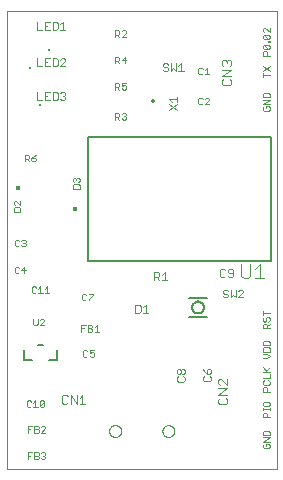
<source format=gto>
G75*
%MOIN*%
%OFA0B0*%
%FSLAX25Y25*%
%IPPOS*%
%LPD*%
%AMOC8*
5,1,8,0,0,1.08239X$1,22.5*
%
%ADD10C,0.00000*%
%ADD11C,0.00200*%
%ADD12C,0.00500*%
%ADD13C,0.00400*%
%ADD14C,0.01378*%
%ADD15C,0.00300*%
%ADD16R,0.00984X0.00984*%
%ADD17R,0.01575X0.01575*%
D10*
X0022622Y0058041D02*
X0022622Y0210541D01*
X0112622Y0210541D01*
X0112622Y0058041D01*
X0022622Y0058041D01*
X0056795Y0070541D02*
X0056797Y0070629D01*
X0056803Y0070717D01*
X0056813Y0070805D01*
X0056827Y0070893D01*
X0056844Y0070979D01*
X0056866Y0071065D01*
X0056891Y0071149D01*
X0056921Y0071233D01*
X0056953Y0071315D01*
X0056990Y0071395D01*
X0057030Y0071474D01*
X0057074Y0071551D01*
X0057121Y0071626D01*
X0057171Y0071698D01*
X0057225Y0071769D01*
X0057281Y0071836D01*
X0057341Y0071902D01*
X0057403Y0071964D01*
X0057469Y0072024D01*
X0057536Y0072080D01*
X0057607Y0072134D01*
X0057679Y0072184D01*
X0057754Y0072231D01*
X0057831Y0072275D01*
X0057910Y0072315D01*
X0057990Y0072352D01*
X0058072Y0072384D01*
X0058156Y0072414D01*
X0058240Y0072439D01*
X0058326Y0072461D01*
X0058412Y0072478D01*
X0058500Y0072492D01*
X0058588Y0072502D01*
X0058676Y0072508D01*
X0058764Y0072510D01*
X0058852Y0072508D01*
X0058940Y0072502D01*
X0059028Y0072492D01*
X0059116Y0072478D01*
X0059202Y0072461D01*
X0059288Y0072439D01*
X0059372Y0072414D01*
X0059456Y0072384D01*
X0059538Y0072352D01*
X0059618Y0072315D01*
X0059697Y0072275D01*
X0059774Y0072231D01*
X0059849Y0072184D01*
X0059921Y0072134D01*
X0059992Y0072080D01*
X0060059Y0072024D01*
X0060125Y0071964D01*
X0060187Y0071902D01*
X0060247Y0071836D01*
X0060303Y0071769D01*
X0060357Y0071698D01*
X0060407Y0071626D01*
X0060454Y0071551D01*
X0060498Y0071474D01*
X0060538Y0071395D01*
X0060575Y0071315D01*
X0060607Y0071233D01*
X0060637Y0071149D01*
X0060662Y0071065D01*
X0060684Y0070979D01*
X0060701Y0070893D01*
X0060715Y0070805D01*
X0060725Y0070717D01*
X0060731Y0070629D01*
X0060733Y0070541D01*
X0060731Y0070453D01*
X0060725Y0070365D01*
X0060715Y0070277D01*
X0060701Y0070189D01*
X0060684Y0070103D01*
X0060662Y0070017D01*
X0060637Y0069933D01*
X0060607Y0069849D01*
X0060575Y0069767D01*
X0060538Y0069687D01*
X0060498Y0069608D01*
X0060454Y0069531D01*
X0060407Y0069456D01*
X0060357Y0069384D01*
X0060303Y0069313D01*
X0060247Y0069246D01*
X0060187Y0069180D01*
X0060125Y0069118D01*
X0060059Y0069058D01*
X0059992Y0069002D01*
X0059921Y0068948D01*
X0059849Y0068898D01*
X0059774Y0068851D01*
X0059697Y0068807D01*
X0059618Y0068767D01*
X0059538Y0068730D01*
X0059456Y0068698D01*
X0059372Y0068668D01*
X0059288Y0068643D01*
X0059202Y0068621D01*
X0059116Y0068604D01*
X0059028Y0068590D01*
X0058940Y0068580D01*
X0058852Y0068574D01*
X0058764Y0068572D01*
X0058676Y0068574D01*
X0058588Y0068580D01*
X0058500Y0068590D01*
X0058412Y0068604D01*
X0058326Y0068621D01*
X0058240Y0068643D01*
X0058156Y0068668D01*
X0058072Y0068698D01*
X0057990Y0068730D01*
X0057910Y0068767D01*
X0057831Y0068807D01*
X0057754Y0068851D01*
X0057679Y0068898D01*
X0057607Y0068948D01*
X0057536Y0069002D01*
X0057469Y0069058D01*
X0057403Y0069118D01*
X0057341Y0069180D01*
X0057281Y0069246D01*
X0057225Y0069313D01*
X0057171Y0069384D01*
X0057121Y0069456D01*
X0057074Y0069531D01*
X0057030Y0069608D01*
X0056990Y0069687D01*
X0056953Y0069767D01*
X0056921Y0069849D01*
X0056891Y0069933D01*
X0056866Y0070017D01*
X0056844Y0070103D01*
X0056827Y0070189D01*
X0056813Y0070277D01*
X0056803Y0070365D01*
X0056797Y0070453D01*
X0056795Y0070541D01*
X0074511Y0070541D02*
X0074513Y0070629D01*
X0074519Y0070717D01*
X0074529Y0070805D01*
X0074543Y0070893D01*
X0074560Y0070979D01*
X0074582Y0071065D01*
X0074607Y0071149D01*
X0074637Y0071233D01*
X0074669Y0071315D01*
X0074706Y0071395D01*
X0074746Y0071474D01*
X0074790Y0071551D01*
X0074837Y0071626D01*
X0074887Y0071698D01*
X0074941Y0071769D01*
X0074997Y0071836D01*
X0075057Y0071902D01*
X0075119Y0071964D01*
X0075185Y0072024D01*
X0075252Y0072080D01*
X0075323Y0072134D01*
X0075395Y0072184D01*
X0075470Y0072231D01*
X0075547Y0072275D01*
X0075626Y0072315D01*
X0075706Y0072352D01*
X0075788Y0072384D01*
X0075872Y0072414D01*
X0075956Y0072439D01*
X0076042Y0072461D01*
X0076128Y0072478D01*
X0076216Y0072492D01*
X0076304Y0072502D01*
X0076392Y0072508D01*
X0076480Y0072510D01*
X0076568Y0072508D01*
X0076656Y0072502D01*
X0076744Y0072492D01*
X0076832Y0072478D01*
X0076918Y0072461D01*
X0077004Y0072439D01*
X0077088Y0072414D01*
X0077172Y0072384D01*
X0077254Y0072352D01*
X0077334Y0072315D01*
X0077413Y0072275D01*
X0077490Y0072231D01*
X0077565Y0072184D01*
X0077637Y0072134D01*
X0077708Y0072080D01*
X0077775Y0072024D01*
X0077841Y0071964D01*
X0077903Y0071902D01*
X0077963Y0071836D01*
X0078019Y0071769D01*
X0078073Y0071698D01*
X0078123Y0071626D01*
X0078170Y0071551D01*
X0078214Y0071474D01*
X0078254Y0071395D01*
X0078291Y0071315D01*
X0078323Y0071233D01*
X0078353Y0071149D01*
X0078378Y0071065D01*
X0078400Y0070979D01*
X0078417Y0070893D01*
X0078431Y0070805D01*
X0078441Y0070717D01*
X0078447Y0070629D01*
X0078449Y0070541D01*
X0078447Y0070453D01*
X0078441Y0070365D01*
X0078431Y0070277D01*
X0078417Y0070189D01*
X0078400Y0070103D01*
X0078378Y0070017D01*
X0078353Y0069933D01*
X0078323Y0069849D01*
X0078291Y0069767D01*
X0078254Y0069687D01*
X0078214Y0069608D01*
X0078170Y0069531D01*
X0078123Y0069456D01*
X0078073Y0069384D01*
X0078019Y0069313D01*
X0077963Y0069246D01*
X0077903Y0069180D01*
X0077841Y0069118D01*
X0077775Y0069058D01*
X0077708Y0069002D01*
X0077637Y0068948D01*
X0077565Y0068898D01*
X0077490Y0068851D01*
X0077413Y0068807D01*
X0077334Y0068767D01*
X0077254Y0068730D01*
X0077172Y0068698D01*
X0077088Y0068668D01*
X0077004Y0068643D01*
X0076918Y0068621D01*
X0076832Y0068604D01*
X0076744Y0068590D01*
X0076656Y0068580D01*
X0076568Y0068574D01*
X0076480Y0068572D01*
X0076392Y0068574D01*
X0076304Y0068580D01*
X0076216Y0068590D01*
X0076128Y0068604D01*
X0076042Y0068621D01*
X0075956Y0068643D01*
X0075872Y0068668D01*
X0075788Y0068698D01*
X0075706Y0068730D01*
X0075626Y0068767D01*
X0075547Y0068807D01*
X0075470Y0068851D01*
X0075395Y0068898D01*
X0075323Y0068948D01*
X0075252Y0069002D01*
X0075185Y0069058D01*
X0075119Y0069118D01*
X0075057Y0069180D01*
X0074997Y0069246D01*
X0074941Y0069313D01*
X0074887Y0069384D01*
X0074837Y0069456D01*
X0074790Y0069531D01*
X0074746Y0069608D01*
X0074706Y0069687D01*
X0074669Y0069767D01*
X0074637Y0069849D01*
X0074607Y0069933D01*
X0074582Y0070017D01*
X0074560Y0070103D01*
X0074543Y0070189D01*
X0074529Y0070277D01*
X0074519Y0070365D01*
X0074513Y0070453D01*
X0074511Y0070541D01*
D11*
X0079716Y0087047D02*
X0079282Y0087481D01*
X0079282Y0088349D01*
X0079716Y0088782D01*
X0079716Y0089626D02*
X0080150Y0089626D01*
X0080584Y0090059D01*
X0080584Y0090927D01*
X0081017Y0091360D01*
X0081451Y0091360D01*
X0081885Y0090927D01*
X0081885Y0090059D01*
X0081451Y0089626D01*
X0081017Y0089626D01*
X0080584Y0090059D01*
X0080584Y0090927D02*
X0080150Y0091360D01*
X0079716Y0091360D01*
X0079282Y0090927D01*
X0079282Y0090059D01*
X0079716Y0089626D01*
X0081451Y0088782D02*
X0081885Y0088349D01*
X0081885Y0087481D01*
X0081451Y0087047D01*
X0079716Y0087047D01*
X0088057Y0087506D02*
X0088491Y0087072D01*
X0090226Y0087072D01*
X0090660Y0087506D01*
X0090660Y0088374D01*
X0090226Y0088807D01*
X0090226Y0089651D02*
X0090660Y0090084D01*
X0090660Y0090952D01*
X0090226Y0091385D01*
X0089792Y0091385D01*
X0089359Y0090952D01*
X0089359Y0089651D01*
X0090226Y0089651D01*
X0089359Y0089651D02*
X0088491Y0090518D01*
X0088057Y0091385D01*
X0088491Y0088807D02*
X0088057Y0088374D01*
X0088057Y0087506D01*
X0069848Y0110016D02*
X0068113Y0110016D01*
X0068980Y0110016D02*
X0068980Y0112619D01*
X0068113Y0111751D01*
X0067269Y0112185D02*
X0066836Y0112619D01*
X0065535Y0112619D01*
X0065535Y0110016D01*
X0066836Y0110016D01*
X0067269Y0110450D01*
X0067269Y0112185D01*
X0071785Y0120954D02*
X0071785Y0123556D01*
X0073086Y0123556D01*
X0073519Y0123122D01*
X0073519Y0122255D01*
X0073086Y0121821D01*
X0071785Y0121821D01*
X0072652Y0121821D02*
X0073519Y0120954D01*
X0074363Y0120954D02*
X0076098Y0120954D01*
X0075230Y0120954D02*
X0075230Y0123556D01*
X0074363Y0122689D01*
X0093660Y0122325D02*
X0094093Y0121891D01*
X0094961Y0121891D01*
X0095394Y0122325D01*
X0096238Y0122325D02*
X0096672Y0121891D01*
X0097539Y0121891D01*
X0097973Y0122325D01*
X0097973Y0124060D01*
X0097539Y0124494D01*
X0096672Y0124494D01*
X0096238Y0124060D01*
X0096238Y0123626D01*
X0096672Y0123192D01*
X0097973Y0123192D01*
X0095394Y0124060D02*
X0094961Y0124494D01*
X0094093Y0124494D01*
X0093660Y0124060D01*
X0093660Y0122325D01*
X0108033Y0110714D02*
X0108033Y0109246D01*
X0108033Y0109980D02*
X0110235Y0109980D01*
X0109868Y0108504D02*
X0110235Y0108137D01*
X0110235Y0107403D01*
X0109868Y0107036D01*
X0109134Y0107403D02*
X0109134Y0108137D01*
X0109501Y0108504D01*
X0109868Y0108504D01*
X0109134Y0107403D02*
X0108767Y0107036D01*
X0108400Y0107036D01*
X0108033Y0107403D01*
X0108033Y0108137D01*
X0108400Y0108504D01*
X0108400Y0106294D02*
X0108033Y0105927D01*
X0108033Y0104827D01*
X0110235Y0104827D01*
X0109501Y0104827D02*
X0109501Y0105927D01*
X0109134Y0106294D01*
X0108400Y0106294D01*
X0109501Y0105560D02*
X0110235Y0106294D01*
X0109868Y0100714D02*
X0108400Y0100714D01*
X0108033Y0100347D01*
X0108033Y0099246D01*
X0110235Y0099246D01*
X0110235Y0100347D01*
X0109868Y0100714D01*
X0109868Y0098504D02*
X0108400Y0098504D01*
X0108033Y0098137D01*
X0108033Y0097036D01*
X0110235Y0097036D01*
X0110235Y0098137D01*
X0109868Y0098504D01*
X0109501Y0096294D02*
X0108033Y0096294D01*
X0108033Y0094827D02*
X0109501Y0094827D01*
X0110235Y0095560D01*
X0109501Y0096294D01*
X0110235Y0091819D02*
X0109134Y0090718D01*
X0109501Y0090351D02*
X0108033Y0091819D01*
X0108033Y0090351D02*
X0110235Y0090351D01*
X0110235Y0089609D02*
X0110235Y0088141D01*
X0108033Y0088141D01*
X0108400Y0087399D02*
X0108033Y0087032D01*
X0108033Y0086298D01*
X0108400Y0085931D01*
X0109868Y0085931D01*
X0110235Y0086298D01*
X0110235Y0087032D01*
X0109868Y0087399D01*
X0109134Y0085189D02*
X0109501Y0084823D01*
X0109501Y0083722D01*
X0110235Y0083722D02*
X0108033Y0083722D01*
X0108033Y0084823D01*
X0108400Y0085189D01*
X0109134Y0085189D01*
X0109868Y0080346D02*
X0108400Y0080346D01*
X0108033Y0079979D01*
X0108033Y0079245D01*
X0108400Y0078878D01*
X0109868Y0078878D01*
X0110235Y0079245D01*
X0110235Y0079979D01*
X0109868Y0080346D01*
X0110235Y0078139D02*
X0110235Y0077405D01*
X0110235Y0077772D02*
X0108033Y0077772D01*
X0108033Y0077405D02*
X0108033Y0078139D01*
X0108400Y0076663D02*
X0108033Y0076296D01*
X0108033Y0075195D01*
X0110235Y0075195D01*
X0109501Y0075195D02*
X0109501Y0076296D01*
X0109134Y0076663D01*
X0108400Y0076663D01*
X0108400Y0070714D02*
X0108033Y0070347D01*
X0108033Y0069246D01*
X0110235Y0069246D01*
X0110235Y0070347D01*
X0109868Y0070714D01*
X0108400Y0070714D01*
X0108033Y0068504D02*
X0110235Y0068504D01*
X0108033Y0067036D01*
X0110235Y0067036D01*
X0109868Y0066294D02*
X0109134Y0066294D01*
X0109134Y0065560D01*
X0108400Y0064827D02*
X0109868Y0064827D01*
X0110235Y0065193D01*
X0110235Y0065927D01*
X0109868Y0066294D01*
X0108400Y0066294D02*
X0108033Y0065927D01*
X0108033Y0065193D01*
X0108400Y0064827D01*
X0053391Y0103656D02*
X0051923Y0103656D01*
X0052657Y0103656D02*
X0052657Y0105857D01*
X0051923Y0105124D01*
X0051181Y0105124D02*
X0050814Y0104757D01*
X0049713Y0104757D01*
X0049713Y0105857D02*
X0049713Y0103656D01*
X0050814Y0103656D01*
X0051181Y0104023D01*
X0051181Y0104390D01*
X0050814Y0104757D01*
X0051181Y0105124D02*
X0051181Y0105491D01*
X0050814Y0105857D01*
X0049713Y0105857D01*
X0048971Y0105857D02*
X0047503Y0105857D01*
X0047503Y0103656D01*
X0047503Y0104757D02*
X0048237Y0104757D01*
X0048427Y0097506D02*
X0048060Y0097139D01*
X0048060Y0095671D01*
X0048427Y0095304D01*
X0049161Y0095304D01*
X0049528Y0095671D01*
X0050270Y0095671D02*
X0050637Y0095304D01*
X0051370Y0095304D01*
X0051737Y0095671D01*
X0051737Y0096405D01*
X0051370Y0096772D01*
X0051004Y0096772D01*
X0050270Y0096405D01*
X0050270Y0097506D01*
X0051737Y0097506D01*
X0049528Y0097139D02*
X0049161Y0097506D01*
X0048427Y0097506D01*
X0048089Y0114079D02*
X0048823Y0114079D01*
X0049190Y0114446D01*
X0049932Y0114446D02*
X0049932Y0114079D01*
X0049932Y0114446D02*
X0051400Y0115914D01*
X0051400Y0116281D01*
X0049932Y0116281D01*
X0049190Y0115914D02*
X0048823Y0116281D01*
X0048089Y0116281D01*
X0047722Y0115914D01*
X0047722Y0114446D01*
X0048089Y0114079D01*
X0036760Y0116554D02*
X0035292Y0116554D01*
X0036026Y0116554D02*
X0036026Y0118756D01*
X0035292Y0118022D01*
X0034550Y0116554D02*
X0033082Y0116554D01*
X0033816Y0116554D02*
X0033816Y0118756D01*
X0033082Y0118022D01*
X0032340Y0118389D02*
X0031973Y0118756D01*
X0031239Y0118756D01*
X0030872Y0118389D01*
X0030872Y0116921D01*
X0031239Y0116554D01*
X0031973Y0116554D01*
X0032340Y0116921D01*
X0028533Y0123116D02*
X0028533Y0125318D01*
X0027432Y0124217D01*
X0028900Y0124217D01*
X0026690Y0123483D02*
X0026323Y0123116D01*
X0025589Y0123116D01*
X0025222Y0123483D01*
X0025222Y0124951D01*
X0025589Y0125318D01*
X0026323Y0125318D01*
X0026690Y0124951D01*
X0026348Y0132179D02*
X0025614Y0132179D01*
X0025247Y0132546D01*
X0025247Y0134014D01*
X0025614Y0134381D01*
X0026348Y0134381D01*
X0026715Y0134014D01*
X0027457Y0134014D02*
X0027824Y0134381D01*
X0028558Y0134381D01*
X0028925Y0134014D01*
X0028925Y0133647D01*
X0028558Y0133280D01*
X0028925Y0132913D01*
X0028925Y0132546D01*
X0028558Y0132179D01*
X0027824Y0132179D01*
X0027457Y0132546D01*
X0026715Y0132546D02*
X0026348Y0132179D01*
X0028191Y0133280D02*
X0028558Y0133280D01*
X0027116Y0143651D02*
X0024914Y0143651D01*
X0024914Y0144752D01*
X0025281Y0145119D01*
X0026749Y0145119D01*
X0027116Y0144752D01*
X0027116Y0143651D01*
X0027116Y0145861D02*
X0025648Y0147328D01*
X0025281Y0147328D01*
X0024914Y0146962D01*
X0024914Y0146228D01*
X0025281Y0145861D01*
X0027116Y0145861D02*
X0027116Y0147328D01*
X0028615Y0160429D02*
X0028615Y0162631D01*
X0029716Y0162631D01*
X0030083Y0162264D01*
X0030083Y0161530D01*
X0029716Y0161163D01*
X0028615Y0161163D01*
X0029349Y0161163D02*
X0030083Y0160429D01*
X0030825Y0160796D02*
X0031192Y0160429D01*
X0031926Y0160429D01*
X0032293Y0160796D01*
X0032293Y0161163D01*
X0031926Y0161530D01*
X0030825Y0161530D01*
X0030825Y0160796D01*
X0030825Y0161530D02*
X0031559Y0162264D01*
X0032293Y0162631D01*
X0032722Y0180954D02*
X0034457Y0180954D01*
X0035300Y0180954D02*
X0035300Y0183556D01*
X0037035Y0183556D01*
X0037879Y0183556D02*
X0037879Y0180954D01*
X0039180Y0180954D01*
X0039613Y0181388D01*
X0039613Y0183122D01*
X0039180Y0183556D01*
X0037879Y0183556D01*
X0036168Y0182255D02*
X0035300Y0182255D01*
X0035300Y0180954D02*
X0037035Y0180954D01*
X0040457Y0181388D02*
X0040890Y0180954D01*
X0041758Y0180954D01*
X0042192Y0181388D01*
X0042192Y0181821D01*
X0041758Y0182255D01*
X0041324Y0182255D01*
X0041758Y0182255D02*
X0042192Y0182689D01*
X0042192Y0183122D01*
X0041758Y0183556D01*
X0040890Y0183556D01*
X0040457Y0183122D01*
X0040457Y0192204D02*
X0042192Y0193939D01*
X0042192Y0194372D01*
X0041758Y0194806D01*
X0040890Y0194806D01*
X0040457Y0194372D01*
X0039613Y0194372D02*
X0039613Y0192638D01*
X0039180Y0192204D01*
X0037879Y0192204D01*
X0037879Y0194806D01*
X0039180Y0194806D01*
X0039613Y0194372D01*
X0040457Y0192204D02*
X0042192Y0192204D01*
X0037035Y0192204D02*
X0035300Y0192204D01*
X0035300Y0194806D01*
X0037035Y0194806D01*
X0036168Y0193505D02*
X0035300Y0193505D01*
X0034457Y0192204D02*
X0032722Y0192204D01*
X0032722Y0194806D01*
X0032722Y0204391D02*
X0034457Y0204391D01*
X0035300Y0204391D02*
X0037035Y0204391D01*
X0037879Y0204391D02*
X0039180Y0204391D01*
X0039613Y0204825D01*
X0039613Y0206560D01*
X0039180Y0206994D01*
X0037879Y0206994D01*
X0037879Y0204391D01*
X0036168Y0205692D02*
X0035300Y0205692D01*
X0035300Y0204391D02*
X0035300Y0206994D01*
X0037035Y0206994D01*
X0040457Y0206126D02*
X0041324Y0206994D01*
X0041324Y0204391D01*
X0040457Y0204391D02*
X0042192Y0204391D01*
X0032722Y0204391D02*
X0032722Y0206994D01*
X0032722Y0183556D02*
X0032722Y0180954D01*
X0045056Y0155015D02*
X0044689Y0154648D01*
X0044689Y0153914D01*
X0045056Y0153547D01*
X0045056Y0152805D02*
X0044689Y0152438D01*
X0044689Y0151337D01*
X0046891Y0151337D01*
X0046891Y0152438D01*
X0046524Y0152805D01*
X0045056Y0152805D01*
X0046524Y0153547D02*
X0046891Y0153914D01*
X0046891Y0154648D01*
X0046524Y0155015D01*
X0046157Y0155015D01*
X0045790Y0154648D01*
X0045790Y0154281D01*
X0045790Y0154648D02*
X0045423Y0155015D01*
X0045056Y0155015D01*
X0058660Y0174391D02*
X0058660Y0176593D01*
X0059761Y0176593D01*
X0060128Y0176226D01*
X0060128Y0175492D01*
X0059761Y0175125D01*
X0058660Y0175125D01*
X0059394Y0175125D02*
X0060128Y0174391D01*
X0060870Y0174758D02*
X0061237Y0174391D01*
X0061970Y0174391D01*
X0062337Y0174758D01*
X0062337Y0175125D01*
X0061970Y0175492D01*
X0061604Y0175492D01*
X0061970Y0175492D02*
X0062337Y0175859D01*
X0062337Y0176226D01*
X0061970Y0176593D01*
X0061237Y0176593D01*
X0060870Y0176226D01*
X0061237Y0184391D02*
X0060870Y0184758D01*
X0061237Y0184391D02*
X0061970Y0184391D01*
X0062337Y0184758D01*
X0062337Y0185492D01*
X0061970Y0185859D01*
X0061604Y0185859D01*
X0060870Y0185492D01*
X0060870Y0186593D01*
X0062337Y0186593D01*
X0060128Y0186226D02*
X0060128Y0185492D01*
X0059761Y0185125D01*
X0058660Y0185125D01*
X0059394Y0185125D02*
X0060128Y0184391D01*
X0058660Y0184391D02*
X0058660Y0186593D01*
X0059761Y0186593D01*
X0060128Y0186226D01*
X0060128Y0193141D02*
X0059394Y0193875D01*
X0059761Y0193875D02*
X0058660Y0193875D01*
X0058660Y0193141D02*
X0058660Y0195343D01*
X0059761Y0195343D01*
X0060128Y0194976D01*
X0060128Y0194242D01*
X0059761Y0193875D01*
X0060870Y0194242D02*
X0062337Y0194242D01*
X0061970Y0193141D02*
X0061970Y0195343D01*
X0060870Y0194242D01*
X0060870Y0201891D02*
X0062337Y0203359D01*
X0062337Y0203726D01*
X0061970Y0204093D01*
X0061237Y0204093D01*
X0060870Y0203726D01*
X0060128Y0203726D02*
X0060128Y0202992D01*
X0059761Y0202625D01*
X0058660Y0202625D01*
X0059394Y0202625D02*
X0060128Y0201891D01*
X0060870Y0201891D02*
X0062337Y0201891D01*
X0060128Y0203726D02*
X0059761Y0204093D01*
X0058660Y0204093D01*
X0058660Y0201891D01*
X0074675Y0192697D02*
X0074675Y0192263D01*
X0075109Y0191829D01*
X0075976Y0191829D01*
X0076410Y0191396D01*
X0076410Y0190962D01*
X0075976Y0190528D01*
X0075109Y0190528D01*
X0074675Y0190962D01*
X0074675Y0192697D02*
X0075109Y0193131D01*
X0075976Y0193131D01*
X0076410Y0192697D01*
X0077253Y0193131D02*
X0077253Y0190528D01*
X0078121Y0191396D01*
X0078988Y0190528D01*
X0078988Y0193131D01*
X0079831Y0192263D02*
X0080699Y0193131D01*
X0080699Y0190528D01*
X0081566Y0190528D02*
X0079831Y0190528D01*
X0079385Y0181985D02*
X0079385Y0180251D01*
X0079385Y0179407D02*
X0076782Y0177672D01*
X0076782Y0179407D02*
X0079385Y0177672D01*
X0077650Y0180251D02*
X0076782Y0181118D01*
X0079385Y0181118D01*
X0086447Y0181251D02*
X0086447Y0179783D01*
X0086814Y0179416D01*
X0087548Y0179416D01*
X0087915Y0179783D01*
X0088657Y0179416D02*
X0090125Y0180884D01*
X0090125Y0181251D01*
X0089758Y0181618D01*
X0089024Y0181618D01*
X0088657Y0181251D01*
X0087915Y0181251D02*
X0087548Y0181618D01*
X0086814Y0181618D01*
X0086447Y0181251D01*
X0088657Y0179416D02*
X0090125Y0179416D01*
X0090125Y0189416D02*
X0088657Y0189416D01*
X0089391Y0189416D02*
X0089391Y0191618D01*
X0088657Y0190884D01*
X0087915Y0191251D02*
X0087548Y0191618D01*
X0086814Y0191618D01*
X0086447Y0191251D01*
X0086447Y0189783D01*
X0086814Y0189416D01*
X0087548Y0189416D01*
X0087915Y0189783D01*
X0108033Y0189899D02*
X0108033Y0188431D01*
X0108033Y0189165D02*
X0110235Y0189165D01*
X0110235Y0190641D02*
X0108033Y0192109D01*
X0108033Y0190641D02*
X0110235Y0192109D01*
X0110235Y0195669D02*
X0108033Y0195669D01*
X0108033Y0196770D01*
X0108400Y0197137D01*
X0109134Y0197137D01*
X0109501Y0196770D01*
X0109501Y0195669D01*
X0109868Y0197879D02*
X0108400Y0199347D01*
X0109868Y0199347D01*
X0110235Y0198980D01*
X0110235Y0198246D01*
X0109868Y0197879D01*
X0108400Y0197879D01*
X0108033Y0198246D01*
X0108033Y0198980D01*
X0108400Y0199347D01*
X0109868Y0200089D02*
X0109868Y0200456D01*
X0110235Y0200456D01*
X0110235Y0200089D01*
X0109868Y0200089D01*
X0109868Y0201194D02*
X0108400Y0201194D01*
X0108033Y0201561D01*
X0108033Y0202295D01*
X0108400Y0202662D01*
X0109868Y0201194D01*
X0110235Y0201561D01*
X0110235Y0202295D01*
X0109868Y0202662D01*
X0108400Y0202662D01*
X0108400Y0203404D02*
X0108033Y0203771D01*
X0108033Y0204505D01*
X0108400Y0204872D01*
X0108767Y0204872D01*
X0110235Y0203404D01*
X0110235Y0204872D01*
X0109868Y0183214D02*
X0108400Y0183214D01*
X0108033Y0182847D01*
X0108033Y0181746D01*
X0110235Y0181746D01*
X0110235Y0182847D01*
X0109868Y0183214D01*
X0110235Y0181004D02*
X0108033Y0181004D01*
X0108033Y0179536D02*
X0110235Y0181004D01*
X0110235Y0179536D02*
X0108033Y0179536D01*
X0108400Y0178794D02*
X0108033Y0178427D01*
X0108033Y0177693D01*
X0108400Y0177327D01*
X0109868Y0177327D01*
X0110235Y0177693D01*
X0110235Y0178427D01*
X0109868Y0178794D01*
X0109134Y0178794D01*
X0109134Y0178060D01*
X0035105Y0107576D02*
X0034738Y0107943D01*
X0034004Y0107943D01*
X0033637Y0107576D01*
X0032895Y0107943D02*
X0032895Y0106108D01*
X0032528Y0105741D01*
X0031794Y0105741D01*
X0031427Y0106108D01*
X0031427Y0107943D01*
X0033637Y0105741D02*
X0035105Y0107209D01*
X0035105Y0107576D01*
X0035105Y0105741D02*
X0033637Y0105741D01*
X0034029Y0080731D02*
X0034763Y0080731D01*
X0035130Y0080364D01*
X0033662Y0078896D01*
X0034029Y0078529D01*
X0034763Y0078529D01*
X0035130Y0078896D01*
X0035130Y0080364D01*
X0034029Y0080731D02*
X0033662Y0080364D01*
X0033662Y0078896D01*
X0032920Y0078529D02*
X0031452Y0078529D01*
X0032186Y0078529D02*
X0032186Y0080731D01*
X0031452Y0079997D01*
X0030710Y0080364D02*
X0030343Y0080731D01*
X0029609Y0080731D01*
X0029243Y0080364D01*
X0029243Y0078896D01*
X0029609Y0078529D01*
X0030343Y0078529D01*
X0030710Y0078896D01*
X0031091Y0072207D02*
X0029624Y0072207D01*
X0029624Y0070006D01*
X0029624Y0071107D02*
X0030357Y0071107D01*
X0031833Y0071107D02*
X0032934Y0071107D01*
X0033301Y0070740D01*
X0033301Y0070373D01*
X0032934Y0070006D01*
X0031833Y0070006D01*
X0031833Y0072207D01*
X0032934Y0072207D01*
X0033301Y0071841D01*
X0033301Y0071474D01*
X0032934Y0071107D01*
X0034043Y0071841D02*
X0034410Y0072207D01*
X0035144Y0072207D01*
X0035511Y0071841D01*
X0035511Y0071474D01*
X0034043Y0070006D01*
X0035511Y0070006D01*
X0035144Y0063457D02*
X0034410Y0063457D01*
X0034043Y0063091D01*
X0033301Y0063091D02*
X0033301Y0062724D01*
X0032934Y0062357D01*
X0031833Y0062357D01*
X0031833Y0063457D02*
X0031833Y0061256D01*
X0032934Y0061256D01*
X0033301Y0061623D01*
X0033301Y0061990D01*
X0032934Y0062357D01*
X0033301Y0063091D02*
X0032934Y0063457D01*
X0031833Y0063457D01*
X0031091Y0063457D02*
X0029624Y0063457D01*
X0029624Y0061256D01*
X0029624Y0062357D02*
X0030357Y0062357D01*
X0034043Y0061623D02*
X0034410Y0061256D01*
X0035144Y0061256D01*
X0035511Y0061623D01*
X0035511Y0061990D01*
X0035144Y0062357D01*
X0034777Y0062357D01*
X0035144Y0062357D02*
X0035511Y0062724D01*
X0035511Y0063091D01*
X0035144Y0063457D01*
D12*
X0036628Y0094193D02*
X0039482Y0094193D01*
X0039482Y0097579D01*
X0034856Y0099390D02*
X0032888Y0099390D01*
X0031116Y0094193D02*
X0028262Y0094193D01*
X0028262Y0097579D01*
X0049610Y0127372D02*
X0049610Y0168711D01*
X0110634Y0168711D01*
X0110634Y0127372D01*
X0049610Y0127372D01*
X0083223Y0114941D02*
X0089522Y0114941D01*
X0084403Y0111791D02*
X0084405Y0111879D01*
X0084411Y0111967D01*
X0084421Y0112055D01*
X0084435Y0112143D01*
X0084452Y0112229D01*
X0084474Y0112315D01*
X0084499Y0112399D01*
X0084529Y0112483D01*
X0084561Y0112565D01*
X0084598Y0112645D01*
X0084638Y0112724D01*
X0084682Y0112801D01*
X0084729Y0112876D01*
X0084779Y0112948D01*
X0084833Y0113019D01*
X0084889Y0113086D01*
X0084949Y0113152D01*
X0085011Y0113214D01*
X0085077Y0113274D01*
X0085144Y0113330D01*
X0085215Y0113384D01*
X0085287Y0113434D01*
X0085362Y0113481D01*
X0085439Y0113525D01*
X0085518Y0113565D01*
X0085598Y0113602D01*
X0085680Y0113634D01*
X0085764Y0113664D01*
X0085848Y0113689D01*
X0085934Y0113711D01*
X0086020Y0113728D01*
X0086108Y0113742D01*
X0086196Y0113752D01*
X0086284Y0113758D01*
X0086372Y0113760D01*
X0086460Y0113758D01*
X0086548Y0113752D01*
X0086636Y0113742D01*
X0086724Y0113728D01*
X0086810Y0113711D01*
X0086896Y0113689D01*
X0086980Y0113664D01*
X0087064Y0113634D01*
X0087146Y0113602D01*
X0087226Y0113565D01*
X0087305Y0113525D01*
X0087382Y0113481D01*
X0087457Y0113434D01*
X0087529Y0113384D01*
X0087600Y0113330D01*
X0087667Y0113274D01*
X0087733Y0113214D01*
X0087795Y0113152D01*
X0087855Y0113086D01*
X0087911Y0113019D01*
X0087965Y0112948D01*
X0088015Y0112876D01*
X0088062Y0112801D01*
X0088106Y0112724D01*
X0088146Y0112645D01*
X0088183Y0112565D01*
X0088215Y0112483D01*
X0088245Y0112399D01*
X0088270Y0112315D01*
X0088292Y0112229D01*
X0088309Y0112143D01*
X0088323Y0112055D01*
X0088333Y0111967D01*
X0088339Y0111879D01*
X0088341Y0111791D01*
X0088339Y0111703D01*
X0088333Y0111615D01*
X0088323Y0111527D01*
X0088309Y0111439D01*
X0088292Y0111353D01*
X0088270Y0111267D01*
X0088245Y0111183D01*
X0088215Y0111099D01*
X0088183Y0111017D01*
X0088146Y0110937D01*
X0088106Y0110858D01*
X0088062Y0110781D01*
X0088015Y0110706D01*
X0087965Y0110634D01*
X0087911Y0110563D01*
X0087855Y0110496D01*
X0087795Y0110430D01*
X0087733Y0110368D01*
X0087667Y0110308D01*
X0087600Y0110252D01*
X0087529Y0110198D01*
X0087457Y0110148D01*
X0087382Y0110101D01*
X0087305Y0110057D01*
X0087226Y0110017D01*
X0087146Y0109980D01*
X0087064Y0109948D01*
X0086980Y0109918D01*
X0086896Y0109893D01*
X0086810Y0109871D01*
X0086724Y0109854D01*
X0086636Y0109840D01*
X0086548Y0109830D01*
X0086460Y0109824D01*
X0086372Y0109822D01*
X0086284Y0109824D01*
X0086196Y0109830D01*
X0086108Y0109840D01*
X0086020Y0109854D01*
X0085934Y0109871D01*
X0085848Y0109893D01*
X0085764Y0109918D01*
X0085680Y0109948D01*
X0085598Y0109980D01*
X0085518Y0110017D01*
X0085439Y0110057D01*
X0085362Y0110101D01*
X0085287Y0110148D01*
X0085215Y0110198D01*
X0085144Y0110252D01*
X0085077Y0110308D01*
X0085011Y0110368D01*
X0084949Y0110430D01*
X0084889Y0110496D01*
X0084833Y0110563D01*
X0084779Y0110634D01*
X0084729Y0110706D01*
X0084682Y0110781D01*
X0084638Y0110858D01*
X0084598Y0110937D01*
X0084561Y0111017D01*
X0084529Y0111099D01*
X0084499Y0111183D01*
X0084474Y0111267D01*
X0084452Y0111353D01*
X0084435Y0111439D01*
X0084421Y0111527D01*
X0084411Y0111615D01*
X0084405Y0111703D01*
X0084403Y0111791D01*
X0083223Y0108642D02*
X0089522Y0108642D01*
D13*
X0101547Y0121489D02*
X0100780Y0122257D01*
X0100780Y0126093D01*
X0101547Y0121489D02*
X0103082Y0121489D01*
X0103849Y0122257D01*
X0103849Y0126093D01*
X0105384Y0124559D02*
X0106918Y0126093D01*
X0106918Y0121489D01*
X0105384Y0121489D02*
X0108453Y0121489D01*
X0096172Y0088005D02*
X0096172Y0085937D01*
X0094104Y0088005D01*
X0093587Y0088005D01*
X0093070Y0087488D01*
X0093070Y0086454D01*
X0093587Y0085937D01*
X0093070Y0084783D02*
X0096172Y0084783D01*
X0093070Y0082714D01*
X0096172Y0082714D01*
X0095655Y0081560D02*
X0096172Y0081043D01*
X0096172Y0080008D01*
X0095655Y0079491D01*
X0093587Y0079491D01*
X0093070Y0080008D01*
X0093070Y0081043D01*
X0093587Y0081560D01*
X0094837Y0185741D02*
X0094320Y0186258D01*
X0094320Y0187293D01*
X0094837Y0187810D01*
X0094320Y0188964D02*
X0097422Y0191033D01*
X0094320Y0191033D01*
X0094837Y0192187D02*
X0094320Y0192704D01*
X0094320Y0193738D01*
X0094837Y0194255D01*
X0095354Y0194255D01*
X0095871Y0193738D01*
X0096388Y0194255D01*
X0096905Y0194255D01*
X0097422Y0193738D01*
X0097422Y0192704D01*
X0096905Y0192187D01*
X0095871Y0193221D02*
X0095871Y0193738D01*
X0097422Y0188964D02*
X0094320Y0188964D01*
X0096905Y0187810D02*
X0097422Y0187293D01*
X0097422Y0186258D01*
X0096905Y0185741D01*
X0094837Y0185741D01*
D14*
X0071372Y0180541D03*
D15*
X0095064Y0117568D02*
X0094647Y0117151D01*
X0094647Y0116734D01*
X0095064Y0116317D01*
X0095898Y0116317D01*
X0096315Y0115900D01*
X0096315Y0115483D01*
X0095898Y0115066D01*
X0095064Y0115066D01*
X0094647Y0115483D01*
X0095064Y0117568D02*
X0095898Y0117568D01*
X0096315Y0117151D01*
X0097225Y0117568D02*
X0097225Y0115066D01*
X0098059Y0115900D01*
X0098893Y0115066D01*
X0098893Y0117568D01*
X0099804Y0117151D02*
X0100221Y0117568D01*
X0101055Y0117568D01*
X0101472Y0117151D01*
X0101472Y0116734D01*
X0099804Y0115066D01*
X0101472Y0115066D01*
X0048821Y0079658D02*
X0046886Y0079658D01*
X0047854Y0079658D02*
X0047854Y0082560D01*
X0046886Y0081593D01*
X0045875Y0082560D02*
X0045875Y0079658D01*
X0043940Y0082560D01*
X0043940Y0079658D01*
X0042928Y0080142D02*
X0042444Y0079658D01*
X0041477Y0079658D01*
X0040993Y0080142D01*
X0040993Y0082077D01*
X0041477Y0082560D01*
X0042444Y0082560D01*
X0042928Y0082077D01*
D16*
X0033693Y0179291D03*
X0030302Y0191479D03*
X0036552Y0197416D03*
D17*
X0026254Y0151585D03*
X0045240Y0144498D03*
M02*

</source>
